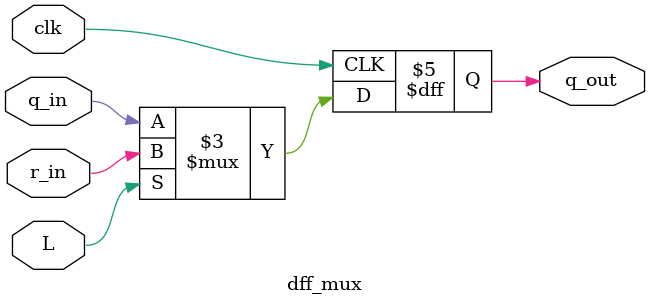
<source format=sv>
module full_module (
    input [2:0] r,
    input L,
    input clk,
    output reg [2:0] q
);

wire [2:0] q_internal;

dff_mux inst0 (
    .clk(clk),
    .L(L),
    .q_in(q[1]),
    .r_in(r[0]),
    .q_out(q_internal[0])
);

dff_mux inst1 (
    .clk(clk),
    .L(L),
    .q_in(q[2]),
    .r_in(r[1]),
    .q_out(q_internal[1])
);

dff_mux inst2 (
    .clk(clk),
    .L(L),
    .q_in(q[0]),
    .r_in(r[2]),
    .q_out(q_internal[2])
);

always @(posedge clk) begin
    q <= q_internal;
end

endmodule
module dff_mux(
    input clk,
    input L,
    input q_in,
    input r_in,
    output reg q_out
);

always @(posedge clk) begin
    if (L) begin
        q_out <= r_in;
    end else begin
        q_out <= q_in;
    end
end

endmodule

</source>
